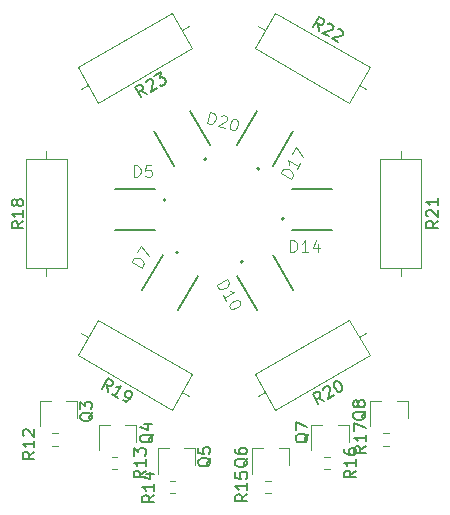
<source format=gbr>
%TF.GenerationSoftware,KiCad,Pcbnew,(5.1.8)-1*%
%TF.CreationDate,2021-03-10T15:31:21+00:00*%
%TF.ProjectId,Project_2_smaller,50726f6a-6563-4745-9f32-5f736d616c6c,rev?*%
%TF.SameCoordinates,Original*%
%TF.FileFunction,Legend,Top*%
%TF.FilePolarity,Positive*%
%FSLAX46Y46*%
G04 Gerber Fmt 4.6, Leading zero omitted, Abs format (unit mm)*
G04 Created by KiCad (PCBNEW (5.1.8)-1) date 2021-03-10 15:31:21*
%MOMM*%
%LPD*%
G01*
G04 APERTURE LIST*
%ADD10C,0.200000*%
%ADD11C,0.127000*%
%ADD12C,0.120000*%
%ADD13C,0.015000*%
%ADD14C,0.150000*%
G04 APERTURE END LIST*
D10*
%TO.C,D17*%
X143042820Y-52265064D02*
G75*
G03*
X143042820Y-52265064I-100000J0D01*
G01*
D11*
X145865544Y-49102757D02*
X144165544Y-52047243D01*
X141134456Y-50297243D02*
X142834456Y-47352757D01*
D12*
%TO.C,R14*%
X135912258Y-79722500D02*
X135437742Y-79722500D01*
X135912258Y-78677500D02*
X135437742Y-78677500D01*
%TO.C,R17*%
X153512742Y-75722500D02*
X153987258Y-75722500D01*
X153512742Y-74677500D02*
X153987258Y-74677500D01*
%TO.C,R12*%
X125987258Y-75722500D02*
X125512742Y-75722500D01*
X125987258Y-74677500D02*
X125512742Y-74677500D01*
%TO.C,R13*%
X130987258Y-76677500D02*
X130512742Y-76677500D01*
X130987258Y-77722500D02*
X130512742Y-77722500D01*
%TO.C,R15*%
X143512742Y-79722500D02*
X143987258Y-79722500D01*
X143512742Y-78677500D02*
X143987258Y-78677500D01*
%TO.C,R16*%
X148512742Y-76677500D02*
X148987258Y-76677500D01*
X148512742Y-77722500D02*
X148987258Y-77722500D01*
%TO.C,Q5*%
X137580000Y-75940000D02*
X137580000Y-77400000D01*
X134420000Y-75940000D02*
X134420000Y-78100000D01*
X134420000Y-75940000D02*
X135350000Y-75940000D01*
X137580000Y-75940000D02*
X136650000Y-75940000D01*
D11*
%TO.C,D5*%
X134200000Y-57450000D02*
X130800000Y-57450000D01*
X130800000Y-53950000D02*
X134200000Y-53950000D01*
D10*
X135100000Y-54900000D02*
G75*
G03*
X135100000Y-54900000I-100000J0D01*
G01*
D11*
%TO.C,D7*%
X137865544Y-61325888D02*
X136165544Y-64270374D01*
X133134456Y-62520374D02*
X134834456Y-59575888D01*
D10*
X136157180Y-59358067D02*
G75*
G03*
X136157180Y-59358067I-100000J0D01*
G01*
%TO.C,D10*%
X141657180Y-60158067D02*
G75*
G03*
X141657180Y-60158067I-100000J0D01*
G01*
D11*
X142834456Y-64270374D02*
X141134456Y-61325888D01*
X144165544Y-59575888D02*
X145865544Y-62520374D01*
D10*
%TO.C,D14*%
X145100000Y-56500000D02*
G75*
G03*
X145100000Y-56500000I-100000J0D01*
G01*
D11*
X149200000Y-57450000D02*
X145800000Y-57450000D01*
X145800000Y-53950000D02*
X149200000Y-53950000D01*
%TO.C,D20*%
X135834456Y-52047243D02*
X134134456Y-49102757D01*
X137165544Y-47352757D02*
X138865544Y-50297243D01*
D10*
X138542820Y-51465064D02*
G75*
G03*
X138542820Y-51465064I-100000J0D01*
G01*
D12*
%TO.C,Q3*%
X127580000Y-71940000D02*
X127580000Y-73400000D01*
X124420000Y-71940000D02*
X124420000Y-74100000D01*
X124420000Y-71940000D02*
X125350000Y-71940000D01*
X127580000Y-71940000D02*
X126650000Y-71940000D01*
%TO.C,Q4*%
X132580000Y-73940000D02*
X132580000Y-75400000D01*
X129420000Y-73940000D02*
X129420000Y-76100000D01*
X129420000Y-73940000D02*
X130350000Y-73940000D01*
X132580000Y-73940000D02*
X131650000Y-73940000D01*
%TO.C,Q6*%
X145580000Y-75940000D02*
X144650000Y-75940000D01*
X142420000Y-75940000D02*
X143350000Y-75940000D01*
X142420000Y-75940000D02*
X142420000Y-78100000D01*
X145580000Y-75940000D02*
X145580000Y-77400000D01*
%TO.C,Q7*%
X150580000Y-73940000D02*
X149650000Y-73940000D01*
X147420000Y-73940000D02*
X148350000Y-73940000D01*
X147420000Y-73940000D02*
X147420000Y-76100000D01*
X150580000Y-73940000D02*
X150580000Y-75400000D01*
%TO.C,Q8*%
X155580000Y-71940000D02*
X154650000Y-71940000D01*
X152420000Y-71940000D02*
X153350000Y-71940000D01*
X152420000Y-71940000D02*
X152420000Y-74100000D01*
X155580000Y-71940000D02*
X155580000Y-73400000D01*
%TO.C,R18*%
X125000000Y-61360000D02*
X125000000Y-60670000D01*
X125000000Y-50740000D02*
X125000000Y-51430000D01*
X126720000Y-60670000D02*
X126720000Y-51430000D01*
X123280000Y-60670000D02*
X126720000Y-60670000D01*
X123280000Y-51430000D02*
X123280000Y-60670000D01*
X126720000Y-51430000D02*
X123280000Y-51430000D01*
%TO.C,R19*%
X129358224Y-65075436D02*
X127638224Y-68054564D01*
X127638224Y-68054564D02*
X135640299Y-72674564D01*
X135640299Y-72674564D02*
X137360299Y-69695436D01*
X137360299Y-69695436D02*
X129358224Y-65075436D01*
X127900666Y-66220000D02*
X128498224Y-66565000D01*
X137097856Y-71530000D02*
X136500299Y-71185000D01*
%TO.C,R20*%
X152361776Y-68054564D02*
X150641776Y-65075436D01*
X150641776Y-65075436D02*
X142639701Y-69695436D01*
X142639701Y-69695436D02*
X144359701Y-72674564D01*
X144359701Y-72674564D02*
X152361776Y-68054564D01*
X152099334Y-66220000D02*
X151501776Y-66565000D01*
X142902144Y-71530000D02*
X143499701Y-71185000D01*
%TO.C,R21*%
X155000000Y-61360000D02*
X155000000Y-60670000D01*
X155000000Y-50740000D02*
X155000000Y-51430000D01*
X156720000Y-60670000D02*
X156720000Y-51430000D01*
X153280000Y-60670000D02*
X156720000Y-60670000D01*
X153280000Y-51430000D02*
X153280000Y-60670000D01*
X156720000Y-51430000D02*
X153280000Y-51430000D01*
%TO.C,R22*%
X144358224Y-39075436D02*
X142638224Y-42054564D01*
X142638224Y-42054564D02*
X150640299Y-46674564D01*
X150640299Y-46674564D02*
X152360299Y-43695436D01*
X152360299Y-43695436D02*
X144358224Y-39075436D01*
X142900666Y-40220000D02*
X143498224Y-40565000D01*
X152097856Y-45530000D02*
X151500299Y-45185000D01*
%TO.C,R23*%
X127902144Y-45530000D02*
X128499701Y-45185000D01*
X137099334Y-40220000D02*
X136501776Y-40565000D01*
X129359701Y-46674564D02*
X137361776Y-42054564D01*
X127639701Y-43695436D02*
X129359701Y-46674564D01*
X135641776Y-39075436D02*
X127639701Y-43695436D01*
X137361776Y-42054564D02*
X135641776Y-39075436D01*
%TO.C,D17*%
D13*
X145716761Y-53115218D02*
X144850736Y-52615218D01*
X144969783Y-52409022D01*
X145082451Y-52309113D01*
X145212549Y-52274254D01*
X145318837Y-52280634D01*
X145507604Y-52334632D01*
X145631322Y-52406061D01*
X145772469Y-52542538D01*
X145831138Y-52631397D01*
X145865998Y-52761494D01*
X145835809Y-52909022D01*
X145716761Y-53115218D01*
X146478666Y-51795560D02*
X146192952Y-52290432D01*
X146335809Y-52042996D02*
X145469783Y-51542996D01*
X145545882Y-51696904D01*
X145580742Y-51827001D01*
X145574362Y-51933289D01*
X145779307Y-51006885D02*
X146112640Y-50429535D01*
X146764380Y-51300689D01*
%TO.C,R14*%
D14*
X134127380Y-79907856D02*
X133651190Y-80241189D01*
X134127380Y-80479284D02*
X133127380Y-80479284D01*
X133127380Y-80098332D01*
X133175000Y-80003094D01*
X133222619Y-79955475D01*
X133317857Y-79907856D01*
X133460714Y-79907856D01*
X133555952Y-79955475D01*
X133603571Y-80003094D01*
X133651190Y-80098332D01*
X133651190Y-80479284D01*
X134127380Y-78955475D02*
X134127380Y-79526903D01*
X134127380Y-79241189D02*
X133127380Y-79241189D01*
X133270238Y-79336427D01*
X133365476Y-79431665D01*
X133413095Y-79526903D01*
X133460714Y-78098332D02*
X134127380Y-78098332D01*
X133079761Y-78336427D02*
X133794047Y-78574522D01*
X133794047Y-77955475D01*
%TO.C,R17*%
X152064380Y-75748857D02*
X151588190Y-76082190D01*
X152064380Y-76320285D02*
X151064380Y-76320285D01*
X151064380Y-75939333D01*
X151112000Y-75844095D01*
X151159619Y-75796476D01*
X151254857Y-75748857D01*
X151397714Y-75748857D01*
X151492952Y-75796476D01*
X151540571Y-75844095D01*
X151588190Y-75939333D01*
X151588190Y-76320285D01*
X152064380Y-74796476D02*
X152064380Y-75367904D01*
X152064380Y-75082190D02*
X151064380Y-75082190D01*
X151207238Y-75177428D01*
X151302476Y-75272666D01*
X151350095Y-75367904D01*
X151064380Y-74463142D02*
X151064380Y-73796476D01*
X152064380Y-74225047D01*
%TO.C,R12*%
X123977380Y-76242857D02*
X123501190Y-76576190D01*
X123977380Y-76814285D02*
X122977380Y-76814285D01*
X122977380Y-76433333D01*
X123025000Y-76338095D01*
X123072619Y-76290476D01*
X123167857Y-76242857D01*
X123310714Y-76242857D01*
X123405952Y-76290476D01*
X123453571Y-76338095D01*
X123501190Y-76433333D01*
X123501190Y-76814285D01*
X123977380Y-75290476D02*
X123977380Y-75861904D01*
X123977380Y-75576190D02*
X122977380Y-75576190D01*
X123120238Y-75671428D01*
X123215476Y-75766666D01*
X123263095Y-75861904D01*
X123072619Y-74909523D02*
X123025000Y-74861904D01*
X122977380Y-74766666D01*
X122977380Y-74528571D01*
X123025000Y-74433333D01*
X123072619Y-74385714D01*
X123167857Y-74338095D01*
X123263095Y-74338095D01*
X123405952Y-74385714D01*
X123977380Y-74957142D01*
X123977380Y-74338095D01*
%TO.C,R13*%
X133402380Y-77842857D02*
X132926190Y-78176190D01*
X133402380Y-78414285D02*
X132402380Y-78414285D01*
X132402380Y-78033333D01*
X132450000Y-77938095D01*
X132497619Y-77890476D01*
X132592857Y-77842857D01*
X132735714Y-77842857D01*
X132830952Y-77890476D01*
X132878571Y-77938095D01*
X132926190Y-78033333D01*
X132926190Y-78414285D01*
X133402380Y-76890476D02*
X133402380Y-77461904D01*
X133402380Y-77176190D02*
X132402380Y-77176190D01*
X132545238Y-77271428D01*
X132640476Y-77366666D01*
X132688095Y-77461904D01*
X132402380Y-76557142D02*
X132402380Y-75938095D01*
X132783333Y-76271428D01*
X132783333Y-76128571D01*
X132830952Y-76033333D01*
X132878571Y-75985714D01*
X132973809Y-75938095D01*
X133211904Y-75938095D01*
X133307142Y-75985714D01*
X133354761Y-76033333D01*
X133402380Y-76128571D01*
X133402380Y-76414285D01*
X133354761Y-76509523D01*
X133307142Y-76557142D01*
%TO.C,R15*%
X142002380Y-79842857D02*
X141526190Y-80176190D01*
X142002380Y-80414285D02*
X141002380Y-80414285D01*
X141002380Y-80033333D01*
X141050000Y-79938095D01*
X141097619Y-79890476D01*
X141192857Y-79842857D01*
X141335714Y-79842857D01*
X141430952Y-79890476D01*
X141478571Y-79938095D01*
X141526190Y-80033333D01*
X141526190Y-80414285D01*
X142002380Y-78890476D02*
X142002380Y-79461904D01*
X142002380Y-79176190D02*
X141002380Y-79176190D01*
X141145238Y-79271428D01*
X141240476Y-79366666D01*
X141288095Y-79461904D01*
X141002380Y-77985714D02*
X141002380Y-78461904D01*
X141478571Y-78509523D01*
X141430952Y-78461904D01*
X141383333Y-78366666D01*
X141383333Y-78128571D01*
X141430952Y-78033333D01*
X141478571Y-77985714D01*
X141573809Y-77938095D01*
X141811904Y-77938095D01*
X141907142Y-77985714D01*
X141954761Y-78033333D01*
X142002380Y-78128571D01*
X142002380Y-78366666D01*
X141954761Y-78461904D01*
X141907142Y-78509523D01*
%TO.C,R16*%
X151202380Y-77842857D02*
X150726190Y-78176190D01*
X151202380Y-78414285D02*
X150202380Y-78414285D01*
X150202380Y-78033333D01*
X150250000Y-77938095D01*
X150297619Y-77890476D01*
X150392857Y-77842857D01*
X150535714Y-77842857D01*
X150630952Y-77890476D01*
X150678571Y-77938095D01*
X150726190Y-78033333D01*
X150726190Y-78414285D01*
X151202380Y-76890476D02*
X151202380Y-77461904D01*
X151202380Y-77176190D02*
X150202380Y-77176190D01*
X150345238Y-77271428D01*
X150440476Y-77366666D01*
X150488095Y-77461904D01*
X150202380Y-76033333D02*
X150202380Y-76223809D01*
X150250000Y-76319047D01*
X150297619Y-76366666D01*
X150440476Y-76461904D01*
X150630952Y-76509523D01*
X151011904Y-76509523D01*
X151107142Y-76461904D01*
X151154761Y-76414285D01*
X151202380Y-76319047D01*
X151202380Y-76128571D01*
X151154761Y-76033333D01*
X151107142Y-75985714D01*
X151011904Y-75938095D01*
X150773809Y-75938095D01*
X150678571Y-75985714D01*
X150630952Y-76033333D01*
X150583333Y-76128571D01*
X150583333Y-76319047D01*
X150630952Y-76414285D01*
X150678571Y-76461904D01*
X150773809Y-76509523D01*
%TO.C,Q5*%
X138937619Y-76755238D02*
X138890000Y-76850476D01*
X138794761Y-76945714D01*
X138651904Y-77088571D01*
X138604285Y-77183809D01*
X138604285Y-77279047D01*
X138842380Y-77231428D02*
X138794761Y-77326666D01*
X138699523Y-77421904D01*
X138509047Y-77469523D01*
X138175714Y-77469523D01*
X137985238Y-77421904D01*
X137890000Y-77326666D01*
X137842380Y-77231428D01*
X137842380Y-77040952D01*
X137890000Y-76945714D01*
X137985238Y-76850476D01*
X138175714Y-76802857D01*
X138509047Y-76802857D01*
X138699523Y-76850476D01*
X138794761Y-76945714D01*
X138842380Y-77040952D01*
X138842380Y-77231428D01*
X137842380Y-75898095D02*
X137842380Y-76374285D01*
X138318571Y-76421904D01*
X138270952Y-76374285D01*
X138223333Y-76279047D01*
X138223333Y-76040952D01*
X138270952Y-75945714D01*
X138318571Y-75898095D01*
X138413809Y-75850476D01*
X138651904Y-75850476D01*
X138747142Y-75898095D01*
X138794761Y-75945714D01*
X138842380Y-76040952D01*
X138842380Y-76279047D01*
X138794761Y-76374285D01*
X138747142Y-76421904D01*
%TO.C,D5*%
D13*
X132396904Y-52977380D02*
X132396904Y-51977380D01*
X132635000Y-51977380D01*
X132777857Y-52025000D01*
X132873095Y-52120238D01*
X132920714Y-52215476D01*
X132968333Y-52405952D01*
X132968333Y-52548809D01*
X132920714Y-52739285D01*
X132873095Y-52834523D01*
X132777857Y-52929761D01*
X132635000Y-52977380D01*
X132396904Y-52977380D01*
X133873095Y-51977380D02*
X133396904Y-51977380D01*
X133349285Y-52453571D01*
X133396904Y-52405952D01*
X133492142Y-52358333D01*
X133730238Y-52358333D01*
X133825476Y-52405952D01*
X133873095Y-52453571D01*
X133920714Y-52548809D01*
X133920714Y-52786904D01*
X133873095Y-52882142D01*
X133825476Y-52929761D01*
X133730238Y-52977380D01*
X133492142Y-52977380D01*
X133396904Y-52929761D01*
X133349285Y-52882142D01*
%TO.C,D7*%
X133090594Y-60651104D02*
X132224569Y-60151104D01*
X132343616Y-59944908D01*
X132456284Y-59844999D01*
X132586382Y-59810140D01*
X132692670Y-59816519D01*
X132881437Y-59870518D01*
X133005155Y-59941947D01*
X133146303Y-60078424D01*
X133204972Y-60167283D01*
X133239831Y-60297380D01*
X133209642Y-60444908D01*
X133090594Y-60651104D01*
X132676950Y-59367557D02*
X133010283Y-58790207D01*
X133662023Y-59661361D01*
%TO.C,D10*%
X139433952Y-62135293D02*
X140299978Y-61635293D01*
X140419025Y-61841489D01*
X140449215Y-61989017D01*
X140414355Y-62119114D01*
X140355686Y-62207973D01*
X140214538Y-62344450D01*
X140090820Y-62415879D01*
X139902054Y-62469877D01*
X139795765Y-62476257D01*
X139665668Y-62441398D01*
X139553000Y-62341489D01*
X139433952Y-62135293D01*
X140195857Y-63454950D02*
X139910143Y-62960079D01*
X140053000Y-63207515D02*
X140919025Y-62707515D01*
X140747688Y-62696465D01*
X140617591Y-62661605D01*
X140528732Y-62602936D01*
X141371406Y-63491061D02*
X141419025Y-63573540D01*
X141425405Y-63679828D01*
X141407975Y-63744877D01*
X141349306Y-63833735D01*
X141208158Y-63970213D01*
X141001962Y-64089260D01*
X140813195Y-64143259D01*
X140706907Y-64149639D01*
X140641858Y-64132209D01*
X140553000Y-64073540D01*
X140505381Y-63991061D01*
X140499001Y-63884773D01*
X140516431Y-63819724D01*
X140575100Y-63730866D01*
X140716248Y-63594389D01*
X140922444Y-63475341D01*
X141111211Y-63421342D01*
X141217499Y-63414963D01*
X141282548Y-63432392D01*
X141371406Y-63491061D01*
%TO.C,D14*%
X145650714Y-59327380D02*
X145650714Y-58327380D01*
X145888809Y-58327380D01*
X146031666Y-58375000D01*
X146126904Y-58470238D01*
X146174523Y-58565476D01*
X146222142Y-58755952D01*
X146222142Y-58898809D01*
X146174523Y-59089285D01*
X146126904Y-59184523D01*
X146031666Y-59279761D01*
X145888809Y-59327380D01*
X145650714Y-59327380D01*
X147174523Y-59327380D02*
X146603095Y-59327380D01*
X146888809Y-59327380D02*
X146888809Y-58327380D01*
X146793571Y-58470238D01*
X146698333Y-58565476D01*
X146603095Y-58613095D01*
X148031666Y-58660714D02*
X148031666Y-59327380D01*
X147793571Y-58279761D02*
X147555476Y-58994047D01*
X148174523Y-58994047D01*
%TO.C,D20*%
X138627504Y-48445817D02*
X138886323Y-47479891D01*
X139116305Y-47541514D01*
X139241970Y-47624485D01*
X139309313Y-47741127D01*
X139330660Y-47845445D01*
X139327358Y-48041756D01*
X139290384Y-48179745D01*
X139195088Y-48351406D01*
X139124443Y-48431074D01*
X139007800Y-48498418D01*
X138857486Y-48507440D01*
X138627504Y-48445817D01*
X139781603Y-47818378D02*
X139839924Y-47784706D01*
X139944242Y-47763359D01*
X140174224Y-47824983D01*
X140253892Y-47895629D01*
X140287564Y-47953950D01*
X140308911Y-48058268D01*
X140284261Y-48150261D01*
X140201291Y-48275925D01*
X139501437Y-48679986D01*
X140099391Y-48840208D01*
X140956164Y-48034503D02*
X141048157Y-48059153D01*
X141127825Y-48129798D01*
X141161497Y-48188120D01*
X141182844Y-48292437D01*
X141179541Y-48488748D01*
X141117918Y-48718730D01*
X141022622Y-48890391D01*
X140951977Y-48970060D01*
X140893655Y-49003731D01*
X140789338Y-49025078D01*
X140697345Y-49000429D01*
X140617677Y-48929783D01*
X140584005Y-48871462D01*
X140562658Y-48767144D01*
X140565960Y-48570834D01*
X140627584Y-48340851D01*
X140722879Y-48169190D01*
X140793525Y-48089522D01*
X140851846Y-48055850D01*
X140956164Y-48034503D01*
%TO.C,Q3*%
D14*
X128947619Y-72895238D02*
X128900000Y-72990476D01*
X128804761Y-73085714D01*
X128661904Y-73228571D01*
X128614285Y-73323809D01*
X128614285Y-73419047D01*
X128852380Y-73371428D02*
X128804761Y-73466666D01*
X128709523Y-73561904D01*
X128519047Y-73609523D01*
X128185714Y-73609523D01*
X127995238Y-73561904D01*
X127900000Y-73466666D01*
X127852380Y-73371428D01*
X127852380Y-73180952D01*
X127900000Y-73085714D01*
X127995238Y-72990476D01*
X128185714Y-72942857D01*
X128519047Y-72942857D01*
X128709523Y-72990476D01*
X128804761Y-73085714D01*
X128852380Y-73180952D01*
X128852380Y-73371428D01*
X127852380Y-72609523D02*
X127852380Y-71990476D01*
X128233333Y-72323809D01*
X128233333Y-72180952D01*
X128280952Y-72085714D01*
X128328571Y-72038095D01*
X128423809Y-71990476D01*
X128661904Y-71990476D01*
X128757142Y-72038095D01*
X128804761Y-72085714D01*
X128852380Y-72180952D01*
X128852380Y-72466666D01*
X128804761Y-72561904D01*
X128757142Y-72609523D01*
%TO.C,Q4*%
X134052875Y-74734468D02*
X134005256Y-74829706D01*
X133910017Y-74924944D01*
X133767160Y-75067801D01*
X133719541Y-75163039D01*
X133719541Y-75258277D01*
X133957636Y-75210658D02*
X133910017Y-75305896D01*
X133814779Y-75401134D01*
X133624303Y-75448753D01*
X133290970Y-75448753D01*
X133100494Y-75401134D01*
X133005256Y-75305896D01*
X132957636Y-75210658D01*
X132957636Y-75020182D01*
X133005256Y-74924944D01*
X133100494Y-74829706D01*
X133290970Y-74782087D01*
X133624303Y-74782087D01*
X133814779Y-74829706D01*
X133910017Y-74924944D01*
X133957636Y-75020182D01*
X133957636Y-75210658D01*
X133290970Y-73924944D02*
X133957636Y-73924944D01*
X132910017Y-74163039D02*
X133624303Y-74401134D01*
X133624303Y-73782087D01*
%TO.C,Q6*%
X142047619Y-76795238D02*
X142000000Y-76890476D01*
X141904761Y-76985714D01*
X141761904Y-77128571D01*
X141714285Y-77223809D01*
X141714285Y-77319047D01*
X141952380Y-77271428D02*
X141904761Y-77366666D01*
X141809523Y-77461904D01*
X141619047Y-77509523D01*
X141285714Y-77509523D01*
X141095238Y-77461904D01*
X141000000Y-77366666D01*
X140952380Y-77271428D01*
X140952380Y-77080952D01*
X141000000Y-76985714D01*
X141095238Y-76890476D01*
X141285714Y-76842857D01*
X141619047Y-76842857D01*
X141809523Y-76890476D01*
X141904761Y-76985714D01*
X141952380Y-77080952D01*
X141952380Y-77271428D01*
X140952380Y-75985714D02*
X140952380Y-76176190D01*
X141000000Y-76271428D01*
X141047619Y-76319047D01*
X141190476Y-76414285D01*
X141380952Y-76461904D01*
X141761904Y-76461904D01*
X141857142Y-76414285D01*
X141904761Y-76366666D01*
X141952380Y-76271428D01*
X141952380Y-76080952D01*
X141904761Y-75985714D01*
X141857142Y-75938095D01*
X141761904Y-75890476D01*
X141523809Y-75890476D01*
X141428571Y-75938095D01*
X141380952Y-75985714D01*
X141333333Y-76080952D01*
X141333333Y-76271428D01*
X141380952Y-76366666D01*
X141428571Y-76414285D01*
X141523809Y-76461904D01*
%TO.C,Q7*%
X147187619Y-74705238D02*
X147140000Y-74800476D01*
X147044761Y-74895714D01*
X146901904Y-75038571D01*
X146854285Y-75133809D01*
X146854285Y-75229047D01*
X147092380Y-75181428D02*
X147044761Y-75276666D01*
X146949523Y-75371904D01*
X146759047Y-75419523D01*
X146425714Y-75419523D01*
X146235238Y-75371904D01*
X146140000Y-75276666D01*
X146092380Y-75181428D01*
X146092380Y-74990952D01*
X146140000Y-74895714D01*
X146235238Y-74800476D01*
X146425714Y-74752857D01*
X146759047Y-74752857D01*
X146949523Y-74800476D01*
X147044761Y-74895714D01*
X147092380Y-74990952D01*
X147092380Y-75181428D01*
X146092380Y-74419523D02*
X146092380Y-73752857D01*
X147092380Y-74181428D01*
%TO.C,Q8*%
X152047619Y-72795238D02*
X152000000Y-72890476D01*
X151904761Y-72985714D01*
X151761904Y-73128571D01*
X151714285Y-73223809D01*
X151714285Y-73319047D01*
X151952380Y-73271428D02*
X151904761Y-73366666D01*
X151809523Y-73461904D01*
X151619047Y-73509523D01*
X151285714Y-73509523D01*
X151095238Y-73461904D01*
X151000000Y-73366666D01*
X150952380Y-73271428D01*
X150952380Y-73080952D01*
X151000000Y-72985714D01*
X151095238Y-72890476D01*
X151285714Y-72842857D01*
X151619047Y-72842857D01*
X151809523Y-72890476D01*
X151904761Y-72985714D01*
X151952380Y-73080952D01*
X151952380Y-73271428D01*
X151380952Y-72271428D02*
X151333333Y-72366666D01*
X151285714Y-72414285D01*
X151190476Y-72461904D01*
X151142857Y-72461904D01*
X151047619Y-72414285D01*
X151000000Y-72366666D01*
X150952380Y-72271428D01*
X150952380Y-72080952D01*
X151000000Y-71985714D01*
X151047619Y-71938095D01*
X151142857Y-71890476D01*
X151190476Y-71890476D01*
X151285714Y-71938095D01*
X151333333Y-71985714D01*
X151380952Y-72080952D01*
X151380952Y-72271428D01*
X151428571Y-72366666D01*
X151476190Y-72414285D01*
X151571428Y-72461904D01*
X151761904Y-72461904D01*
X151857142Y-72414285D01*
X151904761Y-72366666D01*
X151952380Y-72271428D01*
X151952380Y-72080952D01*
X151904761Y-71985714D01*
X151857142Y-71938095D01*
X151761904Y-71890476D01*
X151571428Y-71890476D01*
X151476190Y-71938095D01*
X151428571Y-71985714D01*
X151380952Y-72080952D01*
%TO.C,R18*%
X123052380Y-56742857D02*
X122576190Y-57076190D01*
X123052380Y-57314285D02*
X122052380Y-57314285D01*
X122052380Y-56933333D01*
X122100000Y-56838095D01*
X122147619Y-56790476D01*
X122242857Y-56742857D01*
X122385714Y-56742857D01*
X122480952Y-56790476D01*
X122528571Y-56838095D01*
X122576190Y-56933333D01*
X122576190Y-57314285D01*
X123052380Y-55790476D02*
X123052380Y-56361904D01*
X123052380Y-56076190D02*
X122052380Y-56076190D01*
X122195238Y-56171428D01*
X122290476Y-56266666D01*
X122338095Y-56361904D01*
X122480952Y-55219047D02*
X122433333Y-55314285D01*
X122385714Y-55361904D01*
X122290476Y-55409523D01*
X122242857Y-55409523D01*
X122147619Y-55361904D01*
X122100000Y-55314285D01*
X122052380Y-55219047D01*
X122052380Y-55028571D01*
X122100000Y-54933333D01*
X122147619Y-54885714D01*
X122242857Y-54838095D01*
X122290476Y-54838095D01*
X122385714Y-54885714D01*
X122433333Y-54933333D01*
X122480952Y-55028571D01*
X122480952Y-55219047D01*
X122528571Y-55314285D01*
X122576190Y-55361904D01*
X122671428Y-55409523D01*
X122861904Y-55409523D01*
X122957142Y-55361904D01*
X123004761Y-55314285D01*
X123052380Y-55219047D01*
X123052380Y-55028571D01*
X123004761Y-54933333D01*
X122957142Y-54885714D01*
X122861904Y-54838095D01*
X122671428Y-54838095D01*
X122576190Y-54885714D01*
X122528571Y-54933333D01*
X122480952Y-55028571D01*
%TO.C,R19*%
X130217078Y-71170344D02*
X130166499Y-70591285D01*
X129722207Y-70884630D02*
X130222207Y-70018605D01*
X130552121Y-70209081D01*
X130610790Y-70297939D01*
X130628220Y-70362988D01*
X130621840Y-70469276D01*
X130550412Y-70592994D01*
X130461553Y-70651663D01*
X130396505Y-70669093D01*
X130290216Y-70662713D01*
X129960302Y-70472237D01*
X131041865Y-71646535D02*
X130546993Y-71360821D01*
X130794429Y-71503678D02*
X131294429Y-70637652D01*
X131140521Y-70713751D01*
X131010424Y-70748611D01*
X130904136Y-70742231D01*
X131454258Y-71884630D02*
X131619215Y-71979868D01*
X131725503Y-71986248D01*
X131790552Y-71968818D01*
X131944459Y-71892719D01*
X132080936Y-71751572D01*
X132271413Y-71421657D01*
X132277792Y-71315369D01*
X132260362Y-71250320D01*
X132201693Y-71161462D01*
X132036736Y-71066224D01*
X131930448Y-71059844D01*
X131865399Y-71077274D01*
X131776541Y-71135943D01*
X131657493Y-71342139D01*
X131651113Y-71448427D01*
X131668543Y-71513476D01*
X131727212Y-71602335D01*
X131892170Y-71697573D01*
X131998458Y-71703952D01*
X132063507Y-71686523D01*
X132152365Y-71627854D01*
%TO.C,R20*%
X148530198Y-71943790D02*
X148003428Y-71698064D01*
X148035327Y-72229505D02*
X147535327Y-71363479D01*
X147865241Y-71173003D01*
X147971529Y-71166623D01*
X148036578Y-71184053D01*
X148125436Y-71242722D01*
X148196865Y-71366440D01*
X148203245Y-71472728D01*
X148185815Y-71537777D01*
X148127146Y-71626636D01*
X147797231Y-71817112D01*
X148407732Y-70969767D02*
X148425162Y-70904719D01*
X148483831Y-70815860D01*
X148690027Y-70696813D01*
X148796315Y-70690433D01*
X148861364Y-70707863D01*
X148950223Y-70766532D01*
X148997842Y-70849010D01*
X149028031Y-70996538D01*
X148818873Y-71777124D01*
X149354984Y-71467600D01*
X149391095Y-70292051D02*
X149473574Y-70244432D01*
X149579862Y-70238052D01*
X149644911Y-70255482D01*
X149733769Y-70314151D01*
X149870247Y-70455299D01*
X149989294Y-70661495D01*
X150043293Y-70850262D01*
X150049673Y-70956550D01*
X150032243Y-71021599D01*
X149973574Y-71110457D01*
X149891095Y-71158076D01*
X149784807Y-71164456D01*
X149719758Y-71147026D01*
X149630900Y-71088357D01*
X149494423Y-70947209D01*
X149375375Y-70741013D01*
X149321376Y-70552246D01*
X149314997Y-70445958D01*
X149332426Y-70380909D01*
X149391095Y-70292051D01*
%TO.C,R21*%
X158172380Y-56692857D02*
X157696190Y-57026190D01*
X158172380Y-57264285D02*
X157172380Y-57264285D01*
X157172380Y-56883333D01*
X157220000Y-56788095D01*
X157267619Y-56740476D01*
X157362857Y-56692857D01*
X157505714Y-56692857D01*
X157600952Y-56740476D01*
X157648571Y-56788095D01*
X157696190Y-56883333D01*
X157696190Y-57264285D01*
X157267619Y-56311904D02*
X157220000Y-56264285D01*
X157172380Y-56169047D01*
X157172380Y-55930952D01*
X157220000Y-55835714D01*
X157267619Y-55788095D01*
X157362857Y-55740476D01*
X157458095Y-55740476D01*
X157600952Y-55788095D01*
X158172380Y-56359523D01*
X158172380Y-55740476D01*
X158172380Y-54788095D02*
X158172380Y-55359523D01*
X158172380Y-55073809D02*
X157172380Y-55073809D01*
X157315238Y-55169047D01*
X157410476Y-55264285D01*
X157458095Y-55359523D01*
%TO.C,R22*%
X148076339Y-40589755D02*
X148025760Y-40010696D01*
X147581468Y-40304041D02*
X148081468Y-39438016D01*
X148411382Y-39628492D01*
X148470051Y-39717350D01*
X148487481Y-39782399D01*
X148481101Y-39888687D01*
X148409673Y-40012405D01*
X148320814Y-40071074D01*
X148255766Y-40088504D01*
X148149477Y-40082124D01*
X147819563Y-39891648D01*
X148858635Y-39996685D02*
X148923684Y-39979255D01*
X149029972Y-39985635D01*
X149236168Y-40104682D01*
X149294837Y-40193541D01*
X149312267Y-40258589D01*
X149305887Y-40364878D01*
X149258268Y-40447356D01*
X149145600Y-40547265D01*
X148365015Y-40756422D01*
X148901126Y-41065946D01*
X149683421Y-40472875D02*
X149748470Y-40455445D01*
X149854758Y-40461825D01*
X150060954Y-40580873D01*
X150119623Y-40669731D01*
X150137053Y-40734780D01*
X150130674Y-40841068D01*
X150083054Y-40923547D01*
X149970387Y-41023455D01*
X149189801Y-41232612D01*
X149725912Y-41542136D01*
%TO.C,R23*%
X133530198Y-45943790D02*
X133003428Y-45698064D01*
X133035327Y-46229505D02*
X132535327Y-45363479D01*
X132865241Y-45173003D01*
X132971529Y-45166623D01*
X133036578Y-45184053D01*
X133125436Y-45242722D01*
X133196865Y-45366440D01*
X133203245Y-45472728D01*
X133185815Y-45537777D01*
X133127146Y-45626636D01*
X132797231Y-45817112D01*
X133407732Y-44969767D02*
X133425162Y-44904719D01*
X133483831Y-44815860D01*
X133690027Y-44696813D01*
X133796315Y-44690433D01*
X133861364Y-44707863D01*
X133950223Y-44766532D01*
X133997842Y-44849010D01*
X134028031Y-44996538D01*
X133818873Y-45777124D01*
X134354984Y-45467600D01*
X134143660Y-44434908D02*
X134679771Y-44125384D01*
X134581572Y-44621965D01*
X134705290Y-44550537D01*
X134811578Y-44544157D01*
X134876626Y-44561587D01*
X134965485Y-44620256D01*
X135084532Y-44826452D01*
X135090912Y-44932740D01*
X135073482Y-44997789D01*
X135014813Y-45086648D01*
X134767378Y-45229505D01*
X134661089Y-45235884D01*
X134596041Y-45218455D01*
%TD*%
M02*

</source>
